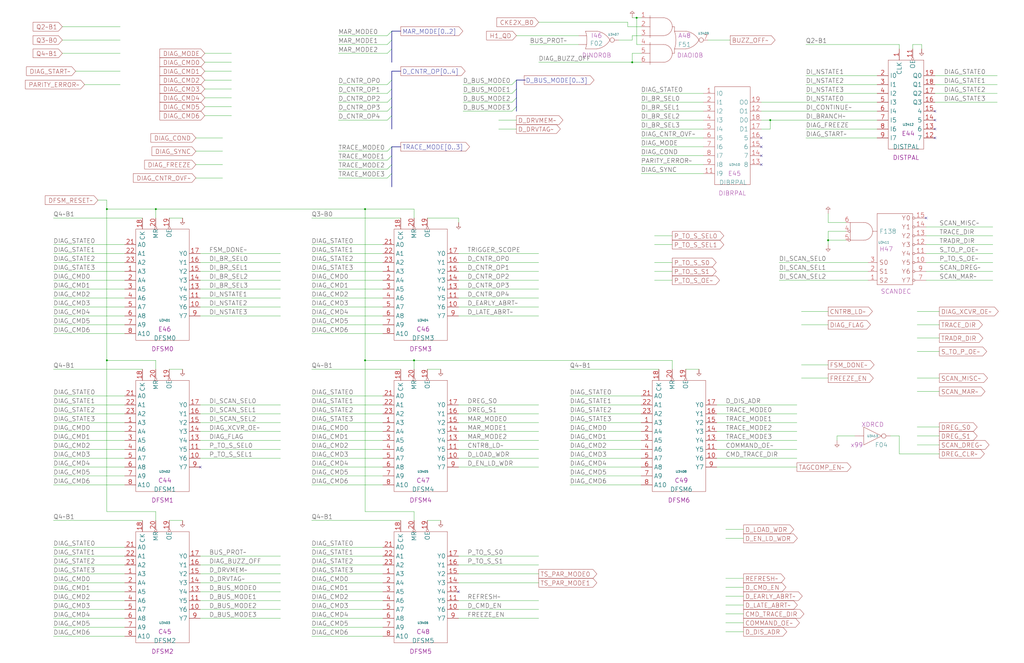
<source format=kicad_sch>
(kicad_sch (version 20230121) (generator eeschema)
  (paper "User" 584.2 378.46)
  (title_block (title "DIAGNOSTIC AND CONTROL\\nDIAG FINITE STATE MACHINE") (date "08-MAR-90") (rev "0.0") (comment 1 "MEM32 BOARD") (comment 2 "232-003066") (comment 3 "S400") (comment 4 "RELEASED"))
  (junction (at 60.96 205.74))
  (junction (at 363.22 10.16))
  (junction (at 360.68 35.56))
  (junction (at 208.28 205.74))
  (junction (at 60.96 119.38))
  (junction (at 208.28 119.38))
  (junction (at 88.9 119.38))
  (junction (at 236.22 205.74))
  (junction (at 472.44 137.16))
  (junction (at 439.42 68.58))
  (no_connect (at 533.4 63.5))
  (no_connect (at 114.3 266.7))
  (no_connect (at 528.32 124.46))
  (no_connect (at 533.4 78.74))
  (no_connect (at 533.4 73.66))
  (no_connect (at 434.34 78.74))
  (no_connect (at 533.4 68.58))
  (no_connect (at 261.62 337.82))
  (no_connect (at 434.34 83.82))
  (no_connect (at 434.34 93.98))
  (no_connect (at 434.34 88.9))
  (bus_entry (at 223.52 60.96) (size -2.54 2.54))
  (bus_entry (at 223.52 55.88) (size -2.54 2.54))
  (bus_entry (at 223.52 93.98) (size -2.54 2.54))
  (bus_entry (at 223.52 88.9) (size -2.54 2.54))
  (bus_entry (at 223.52 66.04) (size -2.54 2.54))
  (bus_entry (at 223.52 50.8) (size -2.54 2.54))
  (bus_entry (at 223.52 27.94) (size -2.54 2.54))
  (bus_entry (at 223.52 17.78) (size -2.54 2.54))
  (bus_entry (at 294.64 50.8) (size -2.54 2.54))
  (bus_entry (at 294.64 45.72) (size -2.54 2.54))
  (bus_entry (at 223.52 83.82) (size -2.54 2.54))
  (bus_entry (at 223.52 99.06) (size -2.54 2.54))
  (bus_entry (at 294.64 55.88) (size -2.54 2.54))
  (bus_entry (at 294.64 60.96) (size -2.54 2.54))
  (bus_entry (at 223.52 22.86) (size -2.54 2.54))
  (bus_entry (at 223.52 45.72) (size -2.54 2.54))
  (wire (pts (xy 373.38 149.86) (xy 383.54 149.86)))
  (wire (pts (xy 30.48 347.98) (xy 71.12 347.98)))
  (wire (pts (xy 444.5 149.86) (xy 495.3 149.86)))
  (wire (pts (xy 513.08 259.08) (xy 535.94 259.08)))
  (wire (pts (xy 414.02 345.44) (xy 424.18 345.44)))
  (wire (pts (xy 360.68 35.56) (xy 365.76 35.56)))
  (wire (pts (xy 408.94 246.38) (xy 454.66 246.38)))
  (wire (pts (xy 177.8 185.42) (xy 218.44 185.42)))
  (wire (pts (xy 30.48 317.5) (xy 71.12 317.5)))
  (wire (pts (xy 111.76 86.36) (xy 127 86.36)))
  (wire (pts (xy 35.56 15.24) (xy 68.58 15.24)))
  (wire (pts (xy 177.8 170.18) (xy 218.44 170.18)))
  (wire (pts (xy 116.84 45.72) (xy 132.08 45.72)))
  (wire (pts (xy 528.32 144.78) (xy 566.42 144.78)))
  (wire (pts (xy 365.76 20.32) (xy 360.68 20.32)))
  (wire (pts (xy 193.04 25.4) (xy 220.98 25.4)))
  (wire (pts (xy 408.94 266.7) (xy 454.66 266.7)))
  (wire (pts (xy 177.8 236.22) (xy 218.44 236.22)))
  (wire (pts (xy 243.84 124.46) (xy 261.62 124.46)))
  (wire (pts (xy 325.12 271.78) (xy 365.76 271.78)))
  (wire (pts (xy 482.6 132.08) (xy 472.44 132.08)))
  (wire (pts (xy 114.3 149.86) (xy 160.02 149.86)))
  (wire (pts (xy 353.06 22.86) (xy 360.68 22.86)))
  (wire (pts (xy 30.48 271.78) (xy 71.12 271.78)))
  (wire (pts (xy 434.34 68.58) (xy 439.42 68.58)))
  (wire (pts (xy 30.48 241.3) (xy 71.12 241.3)))
  (wire (pts (xy 365.76 15.24) (xy 358.14 15.24)))
  (wire (pts (xy 439.42 73.66) (xy 439.42 68.58)))
  (wire (pts (xy 261.62 322.58) (xy 307.34 322.58)))
  (wire (pts (xy 30.48 185.42) (xy 71.12 185.42)))
  (wire (pts (xy 243.84 297.18) (xy 251.46 297.18)))
  (wire (pts (xy 236.22 205.74) (xy 383.54 205.74)))
  (wire (pts (xy 30.48 144.78) (xy 71.12 144.78)))
  (wire (pts (xy 261.62 144.78) (xy 307.34 144.78)))
  (wire (pts (xy 60.96 119.38) (xy 60.96 205.74)))
  (bus (pts (xy 223.52 93.98) (xy 223.52 99.06)))
  (wire (pts (xy 414.02 340.36) (xy 424.18 340.36)))
  (wire (pts (xy 365.76 58.42) (xy 401.32 58.42)))
  (wire (pts (xy 307.34 12.7) (xy 358.14 12.7)))
  (wire (pts (xy 177.8 154.94) (xy 218.44 154.94)))
  (bus (pts (xy 223.52 22.86) (xy 223.52 27.94)))
  (wire (pts (xy 177.8 312.42) (xy 218.44 312.42)))
  (wire (pts (xy 114.3 332.74) (xy 160.02 332.74)))
  (wire (pts (xy 414.02 335.28) (xy 424.18 335.28)))
  (wire (pts (xy 444.5 154.94) (xy 495.3 154.94)))
  (wire (pts (xy 261.62 347.98) (xy 307.34 347.98)))
  (wire (pts (xy 472.44 127) (xy 472.44 121.92)))
  (wire (pts (xy 177.8 165.1) (xy 218.44 165.1)))
  (wire (pts (xy 30.48 210.82) (xy 81.28 210.82)))
  (wire (pts (xy 114.3 317.5) (xy 160.02 317.5)))
  (wire (pts (xy 408.94 241.3) (xy 454.66 241.3)))
  (wire (pts (xy 523.24 254) (xy 535.94 254)))
  (wire (pts (xy 472.44 132.08) (xy 472.44 137.16)))
  (wire (pts (xy 114.3 353.06) (xy 160.02 353.06)))
  (wire (pts (xy 30.48 297.18) (xy 81.28 297.18)))
  (bus (pts (xy 223.52 45.72) (xy 223.52 50.8)))
  (wire (pts (xy 264.16 58.42) (xy 292.1 58.42)))
  (wire (pts (xy 177.8 256.54) (xy 218.44 256.54)))
  (bus (pts (xy 223.52 50.8) (xy 223.52 55.88)))
  (wire (pts (xy 30.48 124.46) (xy 81.28 124.46)))
  (wire (pts (xy 177.8 160.02) (xy 218.44 160.02)))
  (wire (pts (xy 523.24 200.66) (xy 535.94 200.66)))
  (wire (pts (xy 114.3 246.38) (xy 160.02 246.38)))
  (wire (pts (xy 177.8 231.14) (xy 218.44 231.14)))
  (wire (pts (xy 528.32 149.86) (xy 566.42 149.86)))
  (bus (pts (xy 223.52 17.78) (xy 223.52 22.86)))
  (wire (pts (xy 30.48 190.5) (xy 71.12 190.5)))
  (wire (pts (xy 264.16 53.34) (xy 292.1 53.34)))
  (wire (pts (xy 243.84 210.82) (xy 251.46 210.82)))
  (wire (pts (xy 307.34 35.56) (xy 360.68 35.56)))
  (wire (pts (xy 30.48 312.42) (xy 71.12 312.42)))
  (wire (pts (xy 457.2 215.9) (xy 472.44 215.9)))
  (wire (pts (xy 414.02 330.2) (xy 424.18 330.2)))
  (wire (pts (xy 177.8 353.06) (xy 218.44 353.06)))
  (wire (pts (xy 30.48 231.14) (xy 71.12 231.14)))
  (wire (pts (xy 177.8 246.38) (xy 218.44 246.38)))
  (wire (pts (xy 284.48 73.66) (xy 294.64 73.66)))
  (wire (pts (xy 261.62 332.74) (xy 307.34 332.74)))
  (wire (pts (xy 30.48 154.94) (xy 71.12 154.94)))
  (wire (pts (xy 261.62 241.3) (xy 307.34 241.3)))
  (wire (pts (xy 325.12 276.86) (xy 365.76 276.86)))
  (wire (pts (xy 383.54 210.82) (xy 383.54 205.74)))
  (bus (pts (xy 294.64 60.96) (xy 294.64 63.5)))
  (wire (pts (xy 264.16 63.5) (xy 292.1 63.5)))
  (wire (pts (xy 261.62 266.7) (xy 307.34 266.7)))
  (wire (pts (xy 434.34 73.66) (xy 439.42 73.66)))
  (wire (pts (xy 284.48 68.58) (xy 294.64 68.58)))
  (wire (pts (xy 414.02 302.26) (xy 424.18 302.26)))
  (wire (pts (xy 193.04 58.42) (xy 220.98 58.42)))
  (wire (pts (xy 523.24 193.04) (xy 535.94 193.04)))
  (wire (pts (xy 208.28 205.74) (xy 236.22 205.74)))
  (wire (pts (xy 360.68 20.32) (xy 360.68 22.86)))
  (wire (pts (xy 325.12 231.14) (xy 365.76 231.14)))
  (wire (pts (xy 177.8 124.46) (xy 228.6 124.46)))
  (wire (pts (xy 414.02 350.52) (xy 424.18 350.52)))
  (wire (pts (xy 30.48 276.86) (xy 71.12 276.86)))
  (wire (pts (xy 365.76 99.06) (xy 401.32 99.06)))
  (wire (pts (xy 60.96 292.1) (xy 88.9 292.1)))
  (wire (pts (xy 528.32 139.7) (xy 566.42 139.7)))
  (wire (pts (xy 177.8 276.86) (xy 218.44 276.86)))
  (wire (pts (xy 528.32 160.02) (xy 566.42 160.02)))
  (bus (pts (xy 223.52 60.96) (xy 223.52 66.04)))
  (wire (pts (xy 325.12 236.22) (xy 365.76 236.22)))
  (wire (pts (xy 365.76 30.48) (xy 360.68 30.48)))
  (wire (pts (xy 55.88 114.3) (xy 60.96 114.3)))
  (wire (pts (xy 96.52 124.46) (xy 104.14 124.46)))
  (wire (pts (xy 261.62 154.94) (xy 307.34 154.94)))
  (wire (pts (xy 360.68 10.16) (xy 363.22 10.16)))
  (wire (pts (xy 193.04 91.44) (xy 220.98 91.44)))
  (wire (pts (xy 363.22 10.16) (xy 363.22 25.4)))
  (wire (pts (xy 116.84 30.48) (xy 132.08 30.48)))
  (wire (pts (xy 525.78 25.4) (xy 520.7 25.4)))
  (wire (pts (xy 114.3 337.82) (xy 160.02 337.82)))
  (wire (pts (xy 236.22 124.46) (xy 236.22 119.38)))
  (wire (pts (xy 193.04 53.34) (xy 220.98 53.34)))
  (wire (pts (xy 365.76 93.98) (xy 401.32 93.98)))
  (wire (pts (xy 365.76 88.9) (xy 401.32 88.9)))
  (wire (pts (xy 177.8 144.78) (xy 218.44 144.78)))
  (wire (pts (xy 30.48 139.7) (xy 71.12 139.7)))
  (wire (pts (xy 116.84 40.64) (xy 132.08 40.64)))
  (wire (pts (xy 373.38 154.94) (xy 383.54 154.94)))
  (wire (pts (xy 414.02 355.6) (xy 424.18 355.6)))
  (wire (pts (xy 30.48 170.18) (xy 71.12 170.18)))
  (wire (pts (xy 523.24 243.84) (xy 535.94 243.84)))
  (wire (pts (xy 177.8 241.3) (xy 218.44 241.3)))
  (wire (pts (xy 236.22 297.18) (xy 236.22 292.1)))
  (wire (pts (xy 523.24 223.52) (xy 535.94 223.52)))
  (wire (pts (xy 30.48 175.26) (xy 71.12 175.26)))
  (wire (pts (xy 193.04 68.58) (xy 220.98 68.58)))
  (wire (pts (xy 261.62 149.86) (xy 307.34 149.86)))
  (wire (pts (xy 30.48 322.58) (xy 71.12 322.58)))
  (bus (pts (xy 223.52 55.88) (xy 223.52 60.96)))
  (wire (pts (xy 193.04 30.48) (xy 220.98 30.48)))
  (wire (pts (xy 325.12 241.3) (xy 365.76 241.3)))
  (wire (pts (xy 177.8 327.66) (xy 218.44 327.66)))
  (wire (pts (xy 177.8 266.7) (xy 218.44 266.7)))
  (wire (pts (xy 177.8 175.26) (xy 218.44 175.26)))
  (wire (pts (xy 325.12 251.46) (xy 365.76 251.46)))
  (wire (pts (xy 177.8 149.86) (xy 218.44 149.86)))
  (bus (pts (xy 294.64 55.88) (xy 294.64 60.96)))
  (wire (pts (xy 114.3 256.54) (xy 160.02 256.54)))
  (wire (pts (xy 261.62 353.06) (xy 307.34 353.06)))
  (bus (pts (xy 294.64 45.72) (xy 299.72 45.72)))
  (wire (pts (xy 363.22 10.16) (xy 365.76 10.16)))
  (wire (pts (xy 43.18 40.64) (xy 68.58 40.64)))
  (bus (pts (xy 223.52 17.78) (xy 228.6 17.78)))
  (wire (pts (xy 114.3 180.34) (xy 160.02 180.34)))
  (wire (pts (xy 444.5 160.02) (xy 495.3 160.02)))
  (wire (pts (xy 477.52 248.92) (xy 487.68 248.92)))
  (wire (pts (xy 472.44 137.16) (xy 472.44 139.7)))
  (wire (pts (xy 114.3 144.78) (xy 160.02 144.78)))
  (wire (pts (xy 533.4 58.42) (xy 568.96 58.42)))
  (wire (pts (xy 261.62 165.1) (xy 307.34 165.1)))
  (bus (pts (xy 223.52 83.82) (xy 228.6 83.82)))
  (wire (pts (xy 408.94 261.62) (xy 454.66 261.62)))
  (wire (pts (xy 96.52 297.18) (xy 104.14 297.18)))
  (wire (pts (xy 365.76 63.5) (xy 401.32 63.5)))
  (wire (pts (xy 114.3 322.58) (xy 160.02 322.58)))
  (bus (pts (xy 223.52 40.64) (xy 228.6 40.64)))
  (wire (pts (xy 114.3 251.46) (xy 160.02 251.46)))
  (wire (pts (xy 30.48 251.46) (xy 71.12 251.46)))
  (wire (pts (xy 358.14 15.24) (xy 358.14 12.7)))
  (wire (pts (xy 30.48 332.74) (xy 71.12 332.74)))
  (bus (pts (xy 223.52 83.82) (xy 223.52 88.9)))
  (wire (pts (xy 111.76 93.98) (xy 127 93.98)))
  (bus (pts (xy 294.64 50.8) (xy 294.64 55.88)))
  (wire (pts (xy 325.12 226.06) (xy 365.76 226.06)))
  (wire (pts (xy 177.8 347.98) (xy 218.44 347.98)))
  (wire (pts (xy 528.32 129.54) (xy 566.42 129.54)))
  (wire (pts (xy 177.8 363.22) (xy 218.44 363.22)))
  (wire (pts (xy 60.96 205.74) (xy 88.9 205.74)))
  (wire (pts (xy 208.28 205.74) (xy 208.28 292.1)))
  (wire (pts (xy 30.48 353.06) (xy 71.12 353.06)))
  (wire (pts (xy 30.48 363.22) (xy 71.12 363.22)))
  (wire (pts (xy 261.62 327.66) (xy 307.34 327.66)))
  (wire (pts (xy 88.9 210.82) (xy 88.9 205.74)))
  (wire (pts (xy 459.74 43.18) (xy 500.38 43.18)))
  (wire (pts (xy 434.34 63.5) (xy 500.38 63.5)))
  (wire (pts (xy 533.4 53.34) (xy 568.96 53.34)))
  (wire (pts (xy 60.96 205.74) (xy 60.96 292.1)))
  (wire (pts (xy 261.62 236.22) (xy 307.34 236.22)))
  (wire (pts (xy 193.04 48.26) (xy 220.98 48.26)))
  (wire (pts (xy 30.48 358.14) (xy 71.12 358.14)))
  (wire (pts (xy 114.3 347.98) (xy 160.02 347.98)))
  (wire (pts (xy 365.76 78.74) (xy 401.32 78.74)))
  (wire (pts (xy 261.62 251.46) (xy 307.34 251.46)))
  (wire (pts (xy 30.48 261.62) (xy 71.12 261.62)))
  (bus (pts (xy 223.52 66.04) (xy 223.52 73.66)))
  (wire (pts (xy 365.76 53.34) (xy 401.32 53.34)))
  (wire (pts (xy 365.76 68.58) (xy 401.32 68.58)))
  (wire (pts (xy 528.32 134.62) (xy 566.42 134.62)))
  (wire (pts (xy 114.3 175.26) (xy 160.02 175.26)))
  (wire (pts (xy 177.8 271.78) (xy 218.44 271.78)))
  (wire (pts (xy 30.48 236.22) (xy 71.12 236.22)))
  (wire (pts (xy 60.96 114.3) (xy 60.96 119.38)))
  (wire (pts (xy 30.48 256.54) (xy 71.12 256.54)))
  (wire (pts (xy 482.6 127) (xy 472.44 127)))
  (wire (pts (xy 261.62 170.18) (xy 307.34 170.18)))
  (wire (pts (xy 325.12 210.82) (xy 375.92 210.82)))
  (wire (pts (xy 208.28 119.38) (xy 208.28 205.74)))
  (wire (pts (xy 114.3 261.62) (xy 160.02 261.62)))
  (wire (pts (xy 325.12 261.62) (xy 365.76 261.62)))
  (wire (pts (xy 208.28 119.38) (xy 236.22 119.38)))
  (wire (pts (xy 30.48 337.82) (xy 71.12 337.82)))
  (wire (pts (xy 391.16 210.82) (xy 398.78 210.82)))
  (wire (pts (xy 30.48 165.1) (xy 71.12 165.1)))
  (wire (pts (xy 325.12 246.38) (xy 365.76 246.38)))
  (wire (pts (xy 30.48 149.86) (xy 71.12 149.86)))
  (wire (pts (xy 116.84 60.96) (xy 132.08 60.96)))
  (wire (pts (xy 459.74 73.66) (xy 500.38 73.66)))
  (wire (pts (xy 177.8 226.06) (xy 218.44 226.06)))
  (wire (pts (xy 116.84 50.8) (xy 132.08 50.8)))
  (wire (pts (xy 261.62 124.46) (xy 261.62 127)))
  (wire (pts (xy 88.9 297.18) (xy 88.9 292.1)))
  (wire (pts (xy 408.94 231.14) (xy 454.66 231.14)))
  (wire (pts (xy 457.2 185.42) (xy 472.44 185.42)))
  (wire (pts (xy 414.02 307.34) (xy 424.18 307.34)))
  (wire (pts (xy 177.8 139.7) (xy 218.44 139.7)))
  (wire (pts (xy 533.4 48.26) (xy 568.96 48.26)))
  (wire (pts (xy 482.6 137.16) (xy 472.44 137.16)))
  (wire (pts (xy 261.62 180.34) (xy 307.34 180.34)))
  (wire (pts (xy 459.74 48.26) (xy 500.38 48.26)))
  (wire (pts (xy 60.96 119.38) (xy 88.9 119.38)))
  (wire (pts (xy 373.38 134.62) (xy 383.54 134.62)))
  (wire (pts (xy 523.24 185.42) (xy 535.94 185.42)))
  (wire (pts (xy 325.12 266.7) (xy 365.76 266.7)))
  (wire (pts (xy 373.38 160.02) (xy 383.54 160.02)))
  (wire (pts (xy 523.24 215.9) (xy 535.94 215.9)))
  (wire (pts (xy 114.3 241.3) (xy 160.02 241.3)))
  (wire (pts (xy 523.24 177.8) (xy 535.94 177.8)))
  (wire (pts (xy 360.68 30.48) (xy 360.68 35.56)))
  (wire (pts (xy 408.94 236.22) (xy 454.66 236.22)))
  (wire (pts (xy 261.62 175.26) (xy 307.34 175.26)))
  (wire (pts (xy 525.78 27.94) (xy 525.78 25.4)))
  (wire (pts (xy 264.16 48.26) (xy 292.1 48.26)))
  (bus (pts (xy 223.52 99.06) (xy 223.52 106.68)))
  (wire (pts (xy 177.8 337.82) (xy 218.44 337.82)))
  (wire (pts (xy 116.84 66.04) (xy 132.08 66.04)))
  (wire (pts (xy 177.8 297.18) (xy 228.6 297.18)))
  (wire (pts (xy 30.48 342.9) (xy 71.12 342.9)))
  (wire (pts (xy 114.3 170.18) (xy 160.02 170.18)))
  (wire (pts (xy 457.2 177.8) (xy 472.44 177.8)))
  (wire (pts (xy 325.12 256.54) (xy 365.76 256.54)))
  (wire (pts (xy 114.3 160.02) (xy 160.02 160.02)))
  (wire (pts (xy 177.8 180.34) (xy 218.44 180.34)))
  (bus (pts (xy 223.52 88.9) (xy 223.52 93.98)))
  (wire (pts (xy 177.8 322.58) (xy 218.44 322.58)))
  (wire (pts (xy 30.48 266.7) (xy 71.12 266.7)))
  (wire (pts (xy 30.48 160.02) (xy 71.12 160.02)))
  (wire (pts (xy 302.26 25.4) (xy 330.2 25.4)))
  (wire (pts (xy 177.8 190.5) (xy 218.44 190.5)))
  (wire (pts (xy 193.04 63.5) (xy 220.98 63.5)))
  (wire (pts (xy 414.02 360.68) (xy 424.18 360.68)))
  (bus (pts (xy 223.52 27.94) (xy 223.52 35.56)))
  (wire (pts (xy 508 248.92) (xy 513.08 248.92)))
  (wire (pts (xy 373.38 139.7) (xy 383.54 139.7)))
  (wire (pts (xy 177.8 261.62) (xy 218.44 261.62)))
  (wire (pts (xy 30.48 180.34) (xy 71.12 180.34)))
  (wire (pts (xy 177.8 251.46) (xy 218.44 251.46)))
  (wire (pts (xy 177.8 317.5) (xy 218.44 317.5)))
  (wire (pts (xy 30.48 327.66) (xy 71.12 327.66)))
  (wire (pts (xy 48.26 48.26) (xy 68.58 48.26)))
  (wire (pts (xy 96.52 210.82) (xy 104.14 210.82)))
  (wire (pts (xy 35.56 30.48) (xy 68.58 30.48)))
  (wire (pts (xy 520.7 25.4) (xy 520.7 27.94)))
  (wire (pts (xy 439.42 68.58) (xy 500.38 68.58)))
  (wire (pts (xy 88.9 124.46) (xy 88.9 119.38)))
  (wire (pts (xy 261.62 160.02) (xy 307.34 160.02)))
  (wire (pts (xy 236.22 210.82) (xy 236.22 205.74)))
  (wire (pts (xy 114.3 342.9) (xy 160.02 342.9)))
  (wire (pts (xy 261.62 246.38) (xy 307.34 246.38)))
  (wire (pts (xy 177.8 358.14) (xy 218.44 358.14)))
  (wire (pts (xy 114.3 154.94) (xy 160.02 154.94)))
  (wire (pts (xy 114.3 327.66) (xy 160.02 327.66)))
  (wire (pts (xy 457.2 208.28) (xy 472.44 208.28)))
  (wire (pts (xy 116.84 35.56) (xy 132.08 35.56)))
  (wire (pts (xy 261.62 231.14) (xy 307.34 231.14)))
  (wire (pts (xy 208.28 292.1) (xy 236.22 292.1)))
  (wire (pts (xy 111.76 101.6) (xy 127 101.6)))
  (wire (pts (xy 177.8 342.9) (xy 218.44 342.9)))
  (wire (pts (xy 513.08 248.92) (xy 513.08 259.08)))
  (wire (pts (xy 408.94 256.54) (xy 454.66 256.54)))
  (wire (pts (xy 30.48 226.06) (xy 71.12 226.06)))
  (wire (pts (xy 193.04 20.32) (xy 220.98 20.32)))
  (wire (pts (xy 111.76 78.74) (xy 127 78.74)))
  (wire (pts (xy 459.74 78.74) (xy 500.38 78.74)))
  (wire (pts (xy 408.94 251.46) (xy 454.66 251.46)))
  (wire (pts (xy 261.62 256.54) (xy 307.34 256.54)))
  (wire (pts (xy 528.32 154.94) (xy 566.42 154.94)))
  (wire (pts (xy 88.9 119.38) (xy 208.28 119.38)))
  (wire (pts (xy 261.62 317.5) (xy 307.34 317.5)))
  (wire (pts (xy 116.84 55.88) (xy 132.08 55.88)))
  (wire (pts (xy 533.4 43.18) (xy 568.96 43.18)))
  (wire (pts (xy 177.8 210.82) (xy 228.6 210.82)))
  (wire (pts (xy 177.8 332.74) (xy 218.44 332.74)))
  (wire (pts (xy 434.34 58.42) (xy 500.38 58.42)))
  (wire (pts (xy 403.86 22.86) (xy 416.56 22.86)))
  (wire (pts (xy 294.64 20.32) (xy 330.2 20.32)))
  (wire (pts (xy 365.76 73.66) (xy 401.32 73.66)))
  (wire (pts (xy 459.74 25.4) (xy 513.08 25.4)))
  (wire (pts (xy 477.52 251.46) (xy 477.52 248.92)))
  (wire (pts (xy 261.62 261.62) (xy 307.34 261.62)))
  (wire (pts (xy 193.04 101.6) (xy 220.98 101.6)))
  (wire (pts (xy 114.3 236.22) (xy 160.02 236.22)))
  (wire (pts (xy 261.62 342.9) (xy 307.34 342.9)))
  (wire (pts (xy 459.74 53.34) (xy 500.38 53.34)))
  (wire (pts (xy 513.08 25.4) (xy 513.08 27.94)))
  (wire (pts (xy 35.56 22.86) (xy 68.58 22.86)))
  (bus (pts (xy 294.64 45.72) (xy 294.64 50.8)))
  (bus (pts (xy 223.52 40.64) (xy 223.52 45.72)))
  (wire (pts (xy 114.3 231.14) (xy 160.02 231.14)))
  (wire (pts (xy 365.76 83.82) (xy 401.32 83.82)))
  (wire (pts (xy 193.04 96.52) (xy 220.98 96.52)))
  (wire (pts (xy 365.76 25.4) (xy 363.22 25.4)))
  (wire (pts (xy 30.48 246.38) (xy 71.12 246.38)))
  (wire (pts (xy 114.3 165.1) (xy 160.02 165.1)))
  (wire (pts (xy 523.24 248.92) (xy 535.94 248.92)))
  (wire (pts (xy 193.04 86.36) (xy 220.98 86.36)))
  (label "DI_BR_SEL2" (at 365.76 68.58 0) (effects (font (size 2.54 2.54))))
  (label "DIAG_STATE1" (at 30.48 317.5 0) (effects (font (size 2.54 2.54))))
  (label "DIAG_CMD4" (at 30.48 180.34 0) (effects (font (size 2.54 2.54))))
  (label "P_TO_S_SEL1" (at 119.38 261.62 0) (effects (font (size 2.54 2.54))))
  (label "DIAG_CMD6" (at 325.12 276.86 0) (effects (font (size 2.54 2.54))))
  (label "DIAG_STATE2" (at 177.8 236.22 0) (effects (font (size 2.54 2.54))))
  (label "DIAG_FLAG" (at 119.38 251.46 0) (effects (font (size 2.54 2.54))))
  (label "DIAG_STATE3" (at 30.48 327.66 0) (effects (font (size 2.54 2.54))))
  (label "DIAG_CMD0" (at 177.8 332.74 0) (effects (font (size 2.54 2.54))))
  (label "DIAG_STATE1" (at 325.12 231.14 0) (effects (font (size 2.54 2.54))))
  (label "DIAG_BUZZ_OFF" (at 119.38 322.58 0) (effects (font (size 2.54 2.54))))
  (label "DIAG_CMD2" (at 325.12 256.54 0) (effects (font (size 2.54 2.54))))
  (label "DIAG_CMD3" (at 177.8 347.98 0) (effects (font (size 2.54 2.54))))
  (label "D_CNTR_OP2" (at 266.7 160.02 0) (effects (font (size 2.54 2.54))))
  (label "DIAG_STATE2" (at 30.48 322.58 0) (effects (font (size 2.54 2.54))))
  (label "MAR_MODE2" (at 193.04 30.48 0) (effects (font (size 2.54 2.54))))
  (label "DIAG_STATE1" (at 30.48 231.14 0) (effects (font (size 2.54 2.54))))
  (label "TRACE_MODE3" (at 193.04 101.6 0) (effects (font (size 2.54 2.54))))
  (label "DIAG_COND" (at 365.76 88.9 0) (effects (font (size 2.54 2.54))))
  (label "DIAG_CMD0" (at 30.48 246.38 0) (effects (font (size 2.54 2.54))))
  (label "DIAG_CMD5" (at 177.8 271.78 0) (effects (font (size 2.54 2.54))))
  (label "DIAG_CMD5" (at 177.8 185.42 0) (effects (font (size 2.54 2.54))))
  (label "DI_BR_SEL1" (at 119.38 154.94 0) (effects (font (size 2.54 2.54))))
  (label "DIAG_CMD1" (at 30.48 337.82 0) (effects (font (size 2.54 2.54))))
  (label "D_CNTR_OP1" (at 266.7 154.94 0) (effects (font (size 2.54 2.54))))
  (label "DI_NSTATE0" (at 459.74 58.42 0) (effects (font (size 2.54 2.54))))
  (label "TRACE_MODE0" (at 414.02 236.22 0) (effects (font (size 2.54 2.54))))
  (label "DIAG_CMD3" (at 177.8 175.26 0) (effects (font (size 2.54 2.54))))
  (label "TRACE_MODE2" (at 414.02 246.38 0) (effects (font (size 2.54 2.54))))
  (label "DI_BR_SEL3" (at 119.38 165.1 0) (effects (font (size 2.54 2.54))))
  (label "DIAG_CMD2" (at 177.8 342.9 0) (effects (font (size 2.54 2.54))))
  (label "DIAG_BUZZ_OFF" (at 307.34 35.56 0) (effects (font (size 2.54 2.54))))
  (label "D_CNTR_OP4" (at 193.04 68.58 0) (effects (font (size 2.54 2.54))))
  (label "TRACE_MODE1" (at 414.02 241.3 0) (effects (font (size 2.54 2.54))))
  (label "DIAG_STATE0" (at 177.8 139.7 0) (effects (font (size 2.54 2.54))))
  (label "DIAG_STATE3" (at 30.48 154.94 0) (effects (font (size 2.54 2.54))))
  (label "DI_NSTATE3" (at 119.38 180.34 0) (effects (font (size 2.54 2.54))))
  (label "DIAG_CMD6" (at 177.8 190.5 0) (effects (font (size 2.54 2.54))))
  (label "D_EN_LD_WDR" (at 266.7 266.7 0) (effects (font (size 2.54 2.54))))
  (label "DIAG_CMD4" (at 30.48 266.7 0) (effects (font (size 2.54 2.54))))
  (label "DIAG_CMD1" (at 177.8 337.82 0) (effects (font (size 2.54 2.54))))
  (label "P_TO_S_S0" (at 266.7 317.5 0) (effects (font (size 2.54 2.54))))
  (label "DI_BRANCH~" (at 459.74 68.58 0) (effects (font (size 2.54 2.54))))
  (label "TRACE_MODE1" (at 193.04 91.44 0) (effects (font (size 2.54 2.54))))
  (label "DIAG_CMD1" (at 177.8 251.46 0) (effects (font (size 2.54 2.54))))
  (label "MAR_MODE0" (at 266.7 241.3 0) (effects (font (size 2.54 2.54))))
  (label "DIAG_CMD5" (at 30.48 358.14 0) (effects (font (size 2.54 2.54))))
  (label "D_LOAD_WDR" (at 266.7 261.62 0) (effects (font (size 2.54 2.54))))
  (label "DI_SCAN_SEL2" (at 444.5 160.02 0) (effects (font (size 2.54 2.54))))
  (label "DI_BR_SEL3" (at 365.76 73.66 0) (effects (font (size 2.54 2.54))))
  (label "MAR_MODE1" (at 193.04 25.4 0) (effects (font (size 2.54 2.54))))
  (label "PARITY_ERROR~" (at 365.76 93.98 0) (effects (font (size 2.54 2.54))))
  (label "DI_NSTATE2" (at 459.74 48.26 0) (effects (font (size 2.54 2.54))))
  (label "DIAG_STATE1" (at 177.8 144.78 0) (effects (font (size 2.54 2.54))))
  (label "DIAG_FREEZE" (at 459.74 73.66 0) (effects (font (size 2.54 2.54))))
  (label "D_DRVTAG~" (at 119.38 332.74 0) (effects (font (size 2.54 2.54))))
  (label "DIAG_CMD6" (at 177.8 363.22 0) (effects (font (size 2.54 2.54))))
  (label "P_TO_S_OE~" (at 535.94 149.86 0) (effects (font (size 2.54 2.54))))
  (label "DIAG_CMD5" (at 30.48 271.78 0) (effects (font (size 2.54 2.54))))
  (label "DIAG_STATE2" (at 30.48 236.22 0) (effects (font (size 2.54 2.54))))
  (label "DIAG_CMD6" (at 177.8 276.86 0) (effects (font (size 2.54 2.54))))
  (label "DREG_S1" (at 266.7 236.22 0) (effects (font (size 2.54 2.54))))
  (label "D_CNTR_OP4" (at 266.7 170.18 0) (effects (font (size 2.54 2.54))))
  (label "CNTR8_LD~" (at 266.7 256.54 0) (effects (font (size 2.54 2.54))))
  (label "TRACE_MODE2" (at 193.04 96.52 0) (effects (font (size 2.54 2.54))))
  (label "DIAG_CMD1" (at 177.8 165.1 0) (effects (font (size 2.54 2.54))))
  (label "CMD_TRACE_DIR" (at 414.02 261.62 0) (effects (font (size 2.54 2.54))))
  (label "SCAN_DREG~" (at 535.94 154.94 0) (effects (font (size 2.54 2.54))))
  (label "D_BUS_MODE1" (at 264.16 53.34 0) (effects (font (size 2.54 2.54))))
  (label "DI_NSTATE2" (at 119.38 175.26 0) (effects (font (size 2.54 2.54))))
  (label "DIAG_STATE0" (at 177.8 226.06 0) (effects (font (size 2.54 2.54))))
  (label "DIAG_STATE1" (at 177.8 317.5 0) (effects (font (size 2.54 2.54))))
  (label "D_CNTR_OP1" (at 193.04 53.34 0) (effects (font (size 2.54 2.54))))
  (label "DIAG_CMD2" (at 30.48 342.9 0) (effects (font (size 2.54 2.54))))
  (label "BUS_PROT~" (at 302.26 25.4 0) (effects (font (size 2.54 2.54))))
  (label "D_LATE_ABRT~" (at 266.7 180.34 0) (effects (font (size 2.54 2.54))))
  (label "D_CNTR_OP0" (at 266.7 149.86 0) (effects (font (size 2.54 2.54))))
  (label "DIAG_CMD0" (at 30.48 332.74 0) (effects (font (size 2.54 2.54))))
  (label "Q4~B1" (at 325.12 210.82 0) (effects (font (size 2.54 2.54))))
  (label "SCAN_MISC~" (at 535.94 129.54 0) (effects (font (size 2.54 2.54))))
  (label "Q4~B1" (at 30.48 297.18 0) (effects (font (size 2.54 2.54))))
  (label "D_BUS_MODE0" (at 264.16 48.26 0) (effects (font (size 2.54 2.54))))
  (label "DIAG_STATE2" (at 177.8 322.58 0) (effects (font (size 2.54 2.54))))
  (label "P_TO_S_S1" (at 266.7 322.58 0) (effects (font (size 2.54 2.54))))
  (label "BUS_PROT~" (at 119.38 317.5 0) (effects (font (size 2.54 2.54))))
  (label "DIAG_STATE0" (at 177.8 312.42 0) (effects (font (size 2.54 2.54))))
  (label "Q3~B0" (at 177.8 124.46 0) (effects (font (size 2.54 2.54))))
  (label "DIAG_CMD5" (at 30.48 185.42 0) (effects (font (size 2.54 2.54))))
  (label "DIAG_STATE1" (at 538.48 48.26 0) (effects (font (size 2.54 2.54))))
  (label "DIAG_CMD1" (at 325.12 251.46 0) (effects (font (size 2.54 2.54))))
  (label "D_CNTR_OP0" (at 193.04 48.26 0) (effects (font (size 2.54 2.54))))
  (label "TRIGGER_SCOPE" (at 266.7 144.78 0) (effects (font (size 2.54 2.54))))
  (label "D_CNTR_OP2" (at 193.04 58.42 0) (effects (font (size 2.54 2.54))))
  (label "DIAG_CMD3" (at 325.12 261.62 0) (effects (font (size 2.54 2.54))))
  (label "DI_SCAN_SEL1" (at 119.38 236.22 0) (effects (font (size 2.54 2.54))))
  (label "D_EARLY_ABRT~" (at 266.7 175.26 0) (effects (font (size 2.54 2.54))))
  (label "Q4~B1" (at 177.8 210.82 0) (effects (font (size 2.54 2.54))))
  (label "TRACE_MODE3" (at 414.02 251.46 0) (effects (font (size 2.54 2.54))))
  (label "DI_SCAN_SEL0" (at 444.5 149.86 0) (effects (font (size 2.54 2.54))))
  (label "D_CMD_EN" (at 266.7 347.98 0) (effects (font (size 2.54 2.54))))
  (label "DI_SCAN_SEL2" (at 119.38 241.3 0) (effects (font (size 2.54 2.54))))
  (label "DIAG_CMD2" (at 30.48 170.18 0) (effects (font (size 2.54 2.54))))
  (label "DIAG_CMD4" (at 325.12 266.7 0) (effects (font (size 2.54 2.54))))
  (label "DIAG_CMD3" (at 177.8 261.62 0) (effects (font (size 2.54 2.54))))
  (label "COMMAND_OE~" (at 414.02 256.54 0) (effects (font (size 2.54 2.54))))
  (label "DIAG_STATE0" (at 538.48 43.18 0) (effects (font (size 2.54 2.54))))
  (label "TRACE_DIR" (at 535.94 134.62 0) (effects (font (size 2.54 2.54))))
  (label "TRADR_DIR" (at 535.94 139.7 0) (effects (font (size 2.54 2.54))))
  (label "DI_NSTATE1" (at 119.38 170.18 0) (effects (font (size 2.54 2.54))))
  (label "MAR_MODE2" (at 266.7 251.46 0) (effects (font (size 2.54 2.54))))
  (label "D_BUS_MODE2" (at 264.16 58.42 0) (effects (font (size 2.54 2.54))))
  (label "FREEZE_EN" (at 266.7 353.06 0) (effects (font (size 2.54 2.54))))
  (label "DIAG_CMD0" (at 177.8 246.38 0) (effects (font (size 2.54 2.54))))
  (label "DI_BR_SEL0" (at 119.38 149.86 0) (effects (font (size 2.54 2.54))))
  (label "DIAG_STATE3" (at 538.48 58.42 0) (effects (font (size 2.54 2.54))))
  (label "FSM_DONE~" (at 119.38 144.78 0) (effects (font (size 2.54 2.54))))
  (label "DIAG_CNTR_OVF~" (at 365.76 78.74 0) (effects (font (size 2.54 2.54))))
  (label "Q2~B1" (at 459.74 25.4 0) (effects (font (size 2.54 2.54))))
  (label "D_BUS_MODE2" (at 119.38 347.98 0) (effects (font (size 2.54 2.54))))
  (label "D_BUS_MODE1" (at 119.38 342.9 0) (effects (font (size 2.54 2.54))))
  (label "MAR_MODE1" (at 266.7 246.38 0) (effects (font (size 2.54 2.54))))
  (label "DI_CONTINUE~" (at 459.74 63.5 0) (effects (font (size 2.54 2.54))))
  (label "P_TO_S_SEL0" (at 119.38 256.54 0) (effects (font (size 2.54 2.54))))
  (label "DIAG_STATE2" (at 177.8 149.86 0) (effects (font (size 2.54 2.54))))
  (label "DIAG_CMD1" (at 30.48 165.1 0) (effects (font (size 2.54 2.54))))
  (label "D_CNTR_OP3" (at 266.7 165.1 0) (effects (font (size 2.54 2.54))))
  (label "DIAG_STATE1" (at 30.48 144.78 0) (effects (font (size 2.54 2.54))))
  (label "DIAG_STATE2" (at 30.48 149.86 0) (effects (font (size 2.54 2.54))))
  (label "TRACE_MODE0" (at 193.04 86.36 0) (effects (font (size 2.54 2.54))))
  (label "D_BUS_MODE3" (at 119.38 353.06 0) (effects (font (size 2.54 2.54))))
  (label "D_DRVMEM~" (at 119.38 327.66 0) (effects (font (size 2.54 2.54))))
  (label "DIAG_CMD3" (at 30.48 347.98 0) (effects (font (size 2.54 2.54))))
  (label "DIAG_CMD4" (at 177.8 180.34 0) (effects (font (size 2.54 2.54))))
  (label "DI_SCAN_SEL1" (at 444.5 154.94 0) (effects (font (size 2.54 2.54))))
  (label "DIAG_CMD2" (at 177.8 256.54 0) (effects (font (size 2.54 2.54))))
  (label "DIAG_CMD6" (at 30.48 363.22 0) (effects (font (size 2.54 2.54))))
  (label "DIAG_CMD5" (at 325.12 271.78 0) (effects (font (size 2.54 2.54))))
  (label "DIAG_STATE3" (at 30.48 241.3 0) (effects (font (size 2.54 2.54))))
  (label "D_BUS_MODE3" (at 264.16 63.5 0) (effects (font (size 2.54 2.54))))
  (label "DI_BR_SEL0" (at 365.76 58.42 0) (effects (font (size 2.54 2.54))))
  (label "DIAG_STATE2" (at 538.48 53.34 0) (effects (font (size 2.54 2.54))))
  (label "DIAG_CMD2" (at 30.48 256.54 0) (effects (font (size 2.54 2.54))))
  (label "DIAG_CMD0" (at 30.48 160.02 0) (effects (font (size 2.54 2.54))))
  (label "DIAG_CMD6" (at 30.48 276.86 0) (effects (font (size 2.54 2.54))))
  (label "DIAG_STATE0" (at 30.48 226.06 0) (effects (font (size 2.54 2.54))))
  (label "DIAG_STATE0" (at 365.76 53.34 0) (effects (font (size 2.54 2.54))))
  (label "DIAG_STATE3" (at 177.8 241.3 0) (effects (font (size 2.54 2.54))))
  (label "DIAG_STATE3" (at 177.8 327.66 0) (effects (font (size 2.54 2.54))))
  (label "DIAG_STATE0" (at 30.48 312.42 0) (effects (font (size 2.54 2.54))))
  (label "DI_BR_SEL1" (at 365.76 63.5 0) (effects (font (size 2.54 2.54))))
  (label "REFRESH~" (at 266.7 342.9 0) (effects (font (size 2.54 2.54))))
  (label "DIAG_STATE1" (at 177.8 231.14 0) (effects (font (size 2.54 2.54))))
  (label "DIAG_CMD0" (at 325.12 246.38 0) (effects (font (size 2.54 2.54))))
  (label "DIAG_CMD2" (at 177.8 170.18 0) (effects (font (size 2.54 2.54))))
  (label "DIAG_CMD3" (at 30.48 261.62 0) (effects (font (size 2.54 2.54))))
  (label "DIAG_STATE3" (at 177.8 154.94 0) (effects (font (size 2.54 2.54))))
  (label "Q4~B1" (at 177.8 297.18 0) (effects (font (size 2.54 2.54))))
  (label "DIAG_MODE" (at 365.76 83.82 0) (effects (font (size 2.54 2.54))))
  (label "DI_BR_SEL2" (at 119.38 160.02 0) (effects (font (size 2.54 2.54))))
  (label "DIAG_CMD4" (at 177.8 266.7 0) (effects (font (size 2.54 2.54))))
  (label "DIAG_STATE2" (at 325.12 236.22 0) (effects (font (size 2.54 2.54))))
  (label "S_TO_P_OE~" (at 535.94 144.78 0) (effects (font (size 2.54 2.54))))
  (label "DIAG_STATE3" (at 325.12 241.3 0) (effects (font (size 2.54 2.54))))
  (label "DREG_S0" (at 266.7 231.14 0) (effects (font (size 2.54 2.54))))
  (label "DIAG_CMD4" (at 30.48 353.06 0) (effects (font (size 2.54 2.54))))
  (label "DIAG_STATE0" (at 30.48 139.7 0) (effects (font (size 2.54 2.54))))
  (label "DI_NSTATE3" (at 459.74 53.34 0) (effects (font (size 2.54 2.54))))
  (label "Q4~B1" (at 30.48 210.82 0) (effects (font (size 2.54 2.54))))
  (label "DIAG_CMD4" (at 177.8 353.06 0) (effects (font (size 2.54 2.54))))
  (label "DIAG_XCVR_OE~" (at 119.38 246.38 0) (effects (font (size 2.54 2.54))))
  (label "DIAG_SYNC" (at 365.76 99.06 0) (effects (font (size 2.54 2.54))))
  (label "Q4~B1" (at 30.48 124.46 0) (effects (font (size 2.54 2.54))))
  (label "D_BUS_MODE0" (at 119.38 337.82 0) (effects (font (size 2.54 2.54))))
  (label "DIAG_START~" (at 459.74 78.74 0) (effects (font (size 2.54 2.54))))
  (label "DIAG_CMD6" (at 30.48 190.5 0) (effects (font (size 2.54 2.54))))
  (label "DIAG_CMD3" (at 30.48 175.26 0) (effects (font (size 2.54 2.54))))
  (label "MAR_MODE0" (at 193.04 20.32 0) (effects (font (size 2.54 2.54))))
  (label "SCAN_MAR~" (at 535.94 160.02 0) (effects (font (size 2.54 2.54))))
  (label "D_CNTR_OP3" (at 193.04 63.5 0) (effects (font (size 2.54 2.54))))
  (label "DIAG_CMD0" (at 177.8 160.02 0) (effects (font (size 2.54 2.54))))
  (label "D_DIS_ADR" (at 414.02 231.14 0) (effects (font (size 2.54 2.54))))
  (label "DI_SCAN_SEL0" (at 119.38 231.14 0) (effects (font (size 2.54 2.54))))
  (label "DIAG_CMD5" (at 177.8 358.14 0) (effects (font (size 2.54 2.54))))
  (label "DI_NSTATE1" (at 459.74 43.18 0) (effects (font (size 2.54 2.54))))
  (label "DIAG_STATE0" (at 325.12 226.06 0) (effects (font (size 2.54 2.54))))
  (label "DIAG_CMD1" (at 30.48 251.46 0) (effects (font (size 2.54 2.54))))
  (global_label "P_TO_S_OE~" (shape output) (at 383.54 160.02 0) (effects (font (size 2.54 2.54))) (property "Intersheetrefs" "${INTERSHEET_REFS}" (at 410.3098 159.8613 0) (effects (font (size 1.905 1.905)) (justify left))))
  (global_label "D_CNTR_OP[0..4]" (shape output) (at 228.6 40.64 0) (effects (font (size 2.54 2.54))) (property "Intersheetrefs" "${INTERSHEET_REFS}" (at 265.1669 40.4813 0) (effects (font (size 1.905 1.905)) (justify left))))
  (global_label "COMMAND_OE~" (shape output) (at 424.18 355.6 0) (effects (font (size 2.54 2.54))) (property "Intersheetrefs" "${INTERSHEET_REFS}" (at 455.9088 355.4413 0) (effects (font (size 1.905 1.905)) (justify left))))
  (global_label "PARITY_ERROR~" (shape input) (at 48.26 48.26 180) (effects (font (size 2.54 2.54))) (property "Intersheetrefs" "${INTERSHEET_REFS}" (at 14.7169 48.1013 0) (effects (font (size 1.905 1.905)) (justify right))))
  (global_label "BUZZ_OFF~" (shape output) (at 416.56 22.86 0) (effects (font (size 2.54 2.54))) (property "Intersheetrefs" "${INTERSHEET_REFS}" (at 441.9993 22.7013 0) (effects (font (size 1.905 1.905)) (justify left))))
  (global_label "S_TO_P_OE~" (shape output) (at 535.94 200.66 0) (effects (font (size 2.54 2.54))) (property "Intersheetrefs" "${INTERSHEET_REFS}" (at 562.7098 200.5013 0) (effects (font (size 1.905 1.905)) (justify left))))
  (global_label "P_TO_S_S0" (shape output) (at 383.54 149.86 0) (effects (font (size 2.54 2.54))) (property "Intersheetrefs" "${INTERSHEET_REFS}" (at 408.3745 149.7013 0) (effects (font (size 1.905 1.905)) (justify left))))
  (global_label "TS_PAR_MODE0" (shape output) (at 307.34 327.66 0) (effects (font (size 2.54 2.54))) (property "Intersheetrefs" "${INTERSHEET_REFS}" (at 340.4689 327.5013 0) (effects (font (size 1.905 1.905)) (justify left))))
  (global_label "D_EARLY_ABRT~" (shape output) (at 424.18 340.36 0) (effects (font (size 2.54 2.54))) (property "Intersheetrefs" "${INTERSHEET_REFS}" (at 457.4812 340.2013 0) (effects (font (size 1.905 1.905)) (justify left))))
  (global_label "DIAG_START~" (shape input) (at 43.18 40.64 180) (effects (font (size 2.54 2.54))) (property "Intersheetrefs" "${INTERSHEET_REFS}" (at 15.3216 40.4813 0) (effects (font (size 1.905 1.905)) (justify right))))
  (global_label "TS_PAR_MODE1" (shape output) (at 307.34 332.74 0) (effects (font (size 2.54 2.54))) (property "Intersheetrefs" "${INTERSHEET_REFS}" (at 340.4689 332.5813 0) (effects (font (size 1.905 1.905)) (justify left))))
  (global_label "DREG_S0" (shape output) (at 535.94 243.84 0) (effects (font (size 2.54 2.54))) (property "Intersheetrefs" "${INTERSHEET_REFS}" (at 557.2669 243.6813 0) (effects (font (size 1.905 1.905)) (justify left))))
  (global_label "DIAG_CMD5" (shape input) (at 116.84 60.96 180) (effects (font (size 2.54 2.54))) (property "Intersheetrefs" "${INTERSHEET_REFS}" (at 91.4007 60.8013 0) (effects (font (size 1.905 1.905)) (justify right))))
  (global_label "FSM_DONE~" (shape output) (at 472.44 208.28 0) (effects (font (size 2.54 2.54))) (property "Intersheetrefs" "${INTERSHEET_REFS}" (at 498.4841 208.1213 0) (effects (font (size 1.905 1.905)) (justify left))))
  (global_label "TRACE_MODE[0..3]" (shape output) (at 228.6 83.82 0) (effects (font (size 2.54 2.54))) (property "Intersheetrefs" "${INTERSHEET_REFS}" (at 267.7069 83.6613 0) (effects (font (size 1.905 1.905)) (justify left))))
  (global_label "Q3~B0" (shape input) (at 35.56 22.86 180) (effects (font (size 2.54 2.54))) (property "Intersheetrefs" "${INTERSHEET_REFS}" (at 19.0712 22.7013 0) (effects (font (size 1.905 1.905)) (justify right))))
  (global_label "DIAG_XCVR_OE~" (shape output) (at 535.94 177.8 0) (effects (font (size 2.54 2.54))) (property "Intersheetrefs" "${INTERSHEET_REFS}" (at 569.3622 177.6413 0) (effects (font (size 1.905 1.905)) (justify left))))
  (global_label "SCAN_DREG~" (shape output) (at 535.94 254 0) (effects (font (size 2.54 2.54))) (property "Intersheetrefs" "${INTERSHEET_REFS}" (at 564.0403 253.8413 0) (effects (font (size 1.905 1.905)) (justify left))))
  (global_label "DIAG_FREEZE" (shape input) (at 111.76 93.98 180) (effects (font (size 2.54 2.54))) (property "Intersheetrefs" "${INTERSHEET_REFS}" (at 82.6921 93.8213 0) (effects (font (size 1.905 1.905)) (justify right))))
  (global_label "D_DIS_ADR" (shape output) (at 424.18 360.68 0) (effects (font (size 2.54 2.54))) (property "Intersheetrefs" "${INTERSHEET_REFS}" (at 448.6517 360.5213 0) (effects (font (size 1.905 1.905)) (justify left))))
  (global_label "DIAG_COND" (shape input) (at 111.76 78.74 180) (effects (font (size 2.54 2.54))) (property "Intersheetrefs" "${INTERSHEET_REFS}" (at 86.3207 78.5813 0) (effects (font (size 1.905 1.905)) (justify right))))
  (global_label "TAGCOMP_EN~" (shape output) (at 454.66 266.7 0) (effects (font (size 2.54 2.54))) (property "Intersheetrefs" "${INTERSHEET_REFS}" (at 485.3003 266.5413 0) (effects (font (size 1.905 1.905)) (justify left))))
  (global_label "FREEZE_EN" (shape output) (at 472.44 215.9 0) (effects (font (size 2.54 2.54))) (property "Intersheetrefs" "${INTERSHEET_REFS}" (at 498.0003 215.7413 0) (effects (font (size 1.905 1.905)) (justify left))))
  (global_label "MAR_MODE[0..2]" (shape output) (at 228.6 17.78 0) (effects (font (size 2.54 2.54))) (property "Intersheetrefs" "${INTERSHEET_REFS}" (at 263.8365 17.6213 0) (effects (font (size 1.905 1.905)) (justify left))))
  (global_label "DREG_CLR~" (shape output) (at 535.94 259.08 0) (effects (font (size 2.54 2.54))) (property "Intersheetrefs" "${INTERSHEET_REFS}" (at 561.3793 258.9213 0) (effects (font (size 1.905 1.905)) (justify left))))
  (global_label "P_TO_S_S1" (shape output) (at 383.54 154.94 0) (effects (font (size 2.54 2.54))) (property "Intersheetrefs" "${INTERSHEET_REFS}" (at 408.3745 154.7813 0) (effects (font (size 1.905 1.905)) (justify left))))
  (global_label "D_LATE_ABRT~" (shape output) (at 424.18 345.44 0) (effects (font (size 2.54 2.54))) (property "Intersheetrefs" "${INTERSHEET_REFS}" (at 454.6993 345.2813 0) (effects (font (size 1.905 1.905)) (justify left))))
  (global_label "D_DRVMEM~" (shape output) (at 294.64 68.58 0) (effects (font (size 2.54 2.54))) (property "Intersheetrefs" "${INTERSHEET_REFS}" (at 320.926 68.4213 0) (effects (font (size 1.905 1.905)) (justify left))))
  (global_label "CKE2X_B0" (shape input) (at 307.34 12.7 180) (effects (font (size 2.54 2.54))) (property "Intersheetrefs" "${INTERSHEET_REFS}" (at 283.594 12.5413 0) (effects (font (size 1.905 1.905)) (justify right))))
  (global_label "CNTR8_LD~" (shape output) (at 472.44 177.8 0) (effects (font (size 2.54 2.54))) (property "Intersheetrefs" "${INTERSHEET_REFS}" (at 497.707 177.6413 0) (effects (font (size 1.905 1.905)) (justify left))))
  (global_label "D_BUS_MODE[0..3]" (shape output) (at 298.9896 45.72 0) (effects (font (size 2.54 2.54))) (property "Intersheetrefs" "${INTERSHEET_REFS}" (at 338.7013 45.5613 0) (effects (font (size 1.905 1.905)) (justify left))))
  (global_label "P_TO_S_SEL1" (shape output) (at 383.54 139.7 0) (effects (font (size 2.54 2.54))) (property "Intersheetrefs" "${INTERSHEET_REFS}" (at 412.7288 139.5413 0) (effects (font (size 1.905 1.905)) (justify left))))
  (global_label "REFRESH~" (shape output) (at 424.18 330.2 0) (effects (font (size 2.54 2.54))) (property "Intersheetrefs" "${INTERSHEET_REFS}" (at 447.5631 330.0413 0) (effects (font (size 1.905 1.905)) (justify left))))
  (global_label "DIAG_MODE" (shape input) (at 116.84 30.48 180) (effects (font (size 2.54 2.54))) (property "Intersheetrefs" "${INTERSHEET_REFS}" (at 91.4007 30.3213 0) (effects (font (size 1.905 1.905)) (justify right))))
  (global_label "P_TO_S_SEL0" (shape output) (at 383.54 134.62 0) (effects (font (size 2.54 2.54))) (property "Intersheetrefs" "${INTERSHEET_REFS}" (at 412.7288 134.4613 0) (effects (font (size 1.905 1.905)) (justify left))))
  (global_label "DFSM_RESET~" (shape input) (at 55.88 114.3 180) (effects (font (size 2.54 2.54))) (property "Intersheetrefs" "${INTERSHEET_REFS}" (at 25.9655 114.1413 0) (effects (font (size 1.905 1.905)) (justify right))))
  (global_label "DIAG_CMD1" (shape input) (at 116.84 40.64 180) (effects (font (size 2.54 2.54))) (property "Intersheetrefs" "${INTERSHEET_REFS}" (at 91.4007 40.4813 0) (effects (font (size 1.905 1.905)) (justify right))))
  (global_label "DIAG_CMD6" (shape input) (at 116.84 66.04 180) (effects (font (size 2.54 2.54))) (property "Intersheetrefs" "${INTERSHEET_REFS}" (at 91.4007 65.8813 0) (effects (font (size 1.905 1.905)) (justify right))))
  (global_label "H1_QD" (shape input) (at 294.64 20.32 180) (effects (font (size 2.54 2.54))) (property "Intersheetrefs" "${INTERSHEET_REFS}" (at 277.7883 20.1613 0) (effects (font (size 1.905 1.905)) (justify right))))
  (global_label "DIAG_CMD0" (shape input) (at 116.84 35.56 180) (effects (font (size 2.54 2.54))) (property "Intersheetrefs" "${INTERSHEET_REFS}" (at 91.4007 35.4013 0) (effects (font (size 1.905 1.905)) (justify right))))
  (global_label "D_LOAD_WDR" (shape output) (at 424.18 302.26 0) (effects (font (size 2.54 2.54))) (property "Intersheetrefs" "${INTERSHEET_REFS}" (at 452.8336 302.1013 0) (effects (font (size 1.905 1.905)) (justify left))))
  (global_label "D_EN_LD_WDR" (shape output) (at 424.18 307.34 0) (effects (font (size 2.54 2.54))) (property "Intersheetrefs" "${INTERSHEET_REFS}" (at 454.6993 307.1813 0) (effects (font (size 1.905 1.905)) (justify left))))
  (global_label "CMD_TRACE_DIR" (shape output) (at 424.18 350.52 0) (effects (font (size 2.54 2.54))) (property "Intersheetrefs" "${INTERSHEET_REFS}" (at 458.4488 350.3613 0) (effects (font (size 1.905 1.905)) (justify left))))
  (global_label "DIAG_CMD2" (shape input) (at 116.84 45.72 180) (effects (font (size 2.54 2.54))) (property "Intersheetrefs" "${INTERSHEET_REFS}" (at 91.4007 45.5613 0) (effects (font (size 1.905 1.905)) (justify right))))
  (global_label "DREG_S1" (shape output) (at 535.94 248.92 0) (effects (font (size 2.54 2.54))) (property "Intersheetrefs" "${INTERSHEET_REFS}" (at 557.2669 248.7613 0) (effects (font (size 1.905 1.905)) (justify left))))
  (global_label "DIAG_CMD3" (shape input) (at 116.84 50.8 180) (effects (font (size 2.54 2.54))) (property "Intersheetrefs" "${INTERSHEET_REFS}" (at 91.4007 50.6413 0) (effects (font (size 1.905 1.905)) (justify right))))
  (global_label "Q4~B1" (shape input) (at 35.56 30.48 180) (effects (font (size 2.54 2.54))) (property "Intersheetrefs" "${INTERSHEET_REFS}" (at 19.0712 30.3213 0) (effects (font (size 1.905 1.905)) (justify right))))
  (global_label "SCAN_MAR~" (shape output) (at 535.94 223.52 0) (effects (font (size 2.54 2.54))) (property "Intersheetrefs" "${INTERSHEET_REFS}" (at 561.7422 223.3613 0) (effects (font (size 1.905 1.905)) (justify left))))
  (global_label "Q2~B1" (shape input) (at 35.56 15.24 180) (effects (font (size 2.54 2.54))) (property "Intersheetrefs" "${INTERSHEET_REFS}" (at 19.0712 15.0813 0) (effects (font (size 1.905 1.905)) (justify right))))
  (global_label "TRACE_DIR" (shape output) (at 535.94 185.42 0) (effects (font (size 2.54 2.54))) (property "Intersheetrefs" "${INTERSHEET_REFS}" (at 560.2907 185.2613 0) (effects (font (size 1.905 1.905)) (justify left))))
  (global_label "D_CMD_EN" (shape output) (at 424.18 335.28 0) (effects (font (size 2.54 2.54))) (property "Intersheetrefs" "${INTERSHEET_REFS}" (at 448.1679 335.1213 0) (effects (font (size 1.905 1.905)) (justify left))))
  (global_label "DIAG_SYNC" (shape input) (at 111.76 86.36 180) (effects (font (size 2.54 2.54))) (property "Intersheetrefs" "${INTERSHEET_REFS}" (at 86.9255 86.2013 0) (effects (font (size 1.905 1.905)) (justify right))))
  (global_label "D_DRVTAG~" (shape output) (at 294.64 73.66 0) (effects (font (size 2.54 2.54))) (property "Intersheetrefs" "${INTERSHEET_REFS}" (at 319.665 73.5013 0) (effects (font (size 1.905 1.905)) (justify left))))
  (global_label "SCAN_MISC~" (shape output) (at 535.94 215.9 0) (effects (font (size 2.54 2.54))) (property "Intersheetrefs" "${INTERSHEET_REFS}" (at 563.1936 215.7413 0) (effects (font (size 1.905 1.905)) (justify left))))
  (global_label "DIAG_CMD4" (shape input) (at 116.84 55.88 180) (effects (font (size 2.54 2.54))) (property "Intersheetrefs" "${INTERSHEET_REFS}" (at 91.4007 55.7213 0) (effects (font (size 1.905 1.905)) (justify right))))
  (global_label "DIAG_CNTR_OVF~" (shape input) (at 111.76 101.6 180) (effects (font (size 2.54 2.54))) (property "Intersheetrefs" "${INTERSHEET_REFS}" (at 76.2816 101.4413 0) (effects (font (size 1.905 1.905)) (justify right))))
  (global_label "DIAG_FLAG" (shape output) (at 472.44 185.42 0) (effects (font (size 2.54 2.54))) (property "Intersheetrefs" "${INTERSHEET_REFS}" (at 496.4279 185.2613 0) (effects (font (size 1.905 1.905)) (justify left))))
  (global_label "TRADR_DIR" (shape output) (at 535.94 193.04 0) (effects (font (size 2.54 2.54))) (property "Intersheetrefs" "${INTERSHEET_REFS}" (at 560.5326 192.8813 0) (effects (font (size 1.905 1.905)) (justify left))))
  (symbol (lib_id "r1000:P2K8R") (at 386.08 274.32 0) (unit 1)
    (property "Reference" "U3408" (at 388.62 269.24 0))
    (property "Value" "DFSM6" (at 382.27 279.4 0) (effects (font (size 2.54 2.54)) (justify left)))
    (property "Location" "C49" (at 384.81 274.32 0) (effects (font (size 2.54 2.54)) (justify left)))
    (property "Name" "DFSM6" (at 387.35 287.02 0) (effects (font (size 2.54 2.54)) (justify bottom)))
  )
  (symbol (lib_id "r1000:DISTPAL") (at 515.62 76.2 0) (unit 1)
    (property "Reference" "U3412" (at 518.16 71.12 0))
    (property "Value" "DISTPAL" (at 509.27 83.82 0) (effects (font (size 2.54 2.54)) (justify left)))
    (property "Location" "E44" (at 514.35 76.2 0) (effects (font (size 2.54 2.54)) (justify left)))
    (property "Name" "DISTPAL" (at 516.89 91.44 0) (effects (font (size 2.54 2.54)) (justify bottom)))
  )
  (symbol (lib_id "r1000:PU") (at 360.68 10.16 0) (unit 1)
    (property "Reference" "#PWR03407" (effects hide))
    (property "Value" "PU" (effects hide))
  )
  (symbol (lib_id "r1000:PD") (at 104.14 297.18 0) (unit 1) (in_bom no)
    (property "Reference" "#PWR03403" (effects hide))
    (property "Value" "PD" (effects hide))
  )
  (symbol (lib_id "r1000:PD") (at 398.78 210.82 0) (unit 1) (in_bom no)
    (property "Reference" "#PWR03408" (effects hide))
    (property "Value" "PD" (effects hide))
  )
  (symbol (lib_id "r1000:P2K8R") (at 238.76 187.96 0) (unit 1)
    (property "Reference" "U3404" (at 241.3 182.88 0))
    (property "Value" "DFSM3" (at 234.95 193.04 0) (effects (font (size 2.54 2.54)) (justify left)))
    (property "Location" "C46" (at 237.49 187.96 0) (effects (font (size 2.54 2.54)) (justify left)))
    (property "Name" "DFSM3" (at 240.03 200.66 0) (effects (font (size 2.54 2.54)) (justify bottom)))
  )
  (symbol (lib_id "r1000:PD") (at 525.78 27.94 0) (unit 1) (in_bom no)
    (property "Reference" "#PWR0178" (effects hide))
    (property "Value" "PD" (effects hide))
  )
  (symbol (lib_id "r1000:F138") (at 502.92 142.24 0) (unit 1)
    (property "Reference" "U3411" (at 504.19 138.43 0))
    (property "Value" "F138" (at 501.65 132.08 0) (effects (font (size 2.54 2.54)) (justify left)))
    (property "Location" "H47" (at 501.65 142.24 0) (effects (font (size 2.54 2.54)) (justify left)))
    (property "Name" "SCANDEC" (at 511.175 166.37 0) (effects (font (size 2.54 2.54))))
  )
  (symbol (lib_id "r1000:P2K8R") (at 91.44 360.68 0) (unit 1)
    (property "Reference" "U3403" (at 93.98 355.6 0))
    (property "Value" "DFSM2" (at 87.63 365.76 0) (effects (font (size 2.54 2.54)) (justify left)))
    (property "Location" "C45" (at 90.17 360.68 0) (effects (font (size 2.54 2.54)) (justify left)))
    (property "Name" "DFSM2" (at 92.71 373.38 0) (effects (font (size 2.54 2.54)) (justify bottom)))
  )
  (symbol (lib_id "r1000:DIBRPAL") (at 416.56 99.06 0) (unit 1)
    (property "Reference" "U3410" (at 419.1 93.98 0))
    (property "Value" "DIBRPAL" (at 410.21 104.14 0) (effects (font (size 2.54 2.54)) (justify left)))
    (property "Location" "E45" (at 415.29 99.06 0) (effects (font (size 2.54 2.54)) (justify left)))
    (property "Name" "DIBRPAL" (at 417.83 111.76 0) (effects (font (size 2.54 2.54)) (justify bottom)))
  )
  (symbol (lib_id "r1000:P2K8R") (at 238.76 274.32 0) (unit 1)
    (property "Reference" "U3405" (at 241.3 269.24 0))
    (property "Value" "DFSM4" (at 234.95 279.4 0) (effects (font (size 2.54 2.54)) (justify left)))
    (property "Location" "C47" (at 237.49 274.32 0) (effects (font (size 2.54 2.54)) (justify left)))
    (property "Name" "DFSM4" (at 240.03 287.02 0) (effects (font (size 2.54 2.54)) (justify bottom)))
  )
  (symbol (lib_id "r1000:F04") (at 497.84 248.92 0) (unit 1)
    (property "Reference" "U3413" (at 497.84 248.92 0))
    (property "Value" "F04" (at 499.11 254 0) (effects (font (size 2.54 2.54)) (justify left)))
    (property "Location" "x99" (at 485.14 254 0) (effects (font (size 2.54 2.54)) (justify left)))
    (property "Name" "XDRCD" (at 497.84 243.84 0) (effects (font (size 2.54 2.54)) (justify bottom)))
  )
  (symbol (lib_id "r1000:F51") (at 388.62 20.32 0) (unit 1)
    (property "Reference" "U3409" (at 401.32 19.05 0))
    (property "Value" "F51" (at 390.525 25.4 0) (effects (font (size 2.54 2.54))))
    (property "Location" "A48" (at 390.525 20.32 0) (effects (font (size 2.54 2.54))))
    (property "Name" "DIAOI0B" (at 393.7 33.02 0) (effects (font (size 2.54 2.54)) (justify bottom)))
  )
  (symbol (lib_id "r1000:PD") (at 472.44 139.7 0) (unit 1) (in_bom no)
    (property "Reference" "#PWR03410" (effects hide))
    (property "Value" "PD" (effects hide))
  )
  (symbol (lib_id "r1000:PD") (at 251.46 297.18 0) (unit 1) (in_bom no)
    (property "Reference" "#PWR03405" (effects hide))
    (property "Value" "PD" (effects hide))
  )
  (symbol (lib_id "r1000:PU") (at 472.44 121.92 0) (unit 1)
    (property "Reference" "#PWR03409" (effects hide))
    (property "Value" "PU" (effects hide))
  )
  (symbol (lib_id "r1000:P2K8R") (at 238.76 360.68 0) (unit 1)
    (property "Reference" "U3406" (at 241.3 355.6 0))
    (property "Value" "DFSM5" (at 234.95 365.76 0) (effects (font (size 2.54 2.54)) (justify left)))
    (property "Location" "C48" (at 237.49 360.68 0) (effects (font (size 2.54 2.54)) (justify left)))
    (property "Name" "DFSM5" (at 240.03 373.38 0) (effects (font (size 2.54 2.54)) (justify bottom)))
  )
  (symbol (lib_id "r1000:PD") (at 477.52 251.46 0) (unit 1) (in_bom no)
    (property "Reference" "#PWR03411" (effects hide))
    (property "Value" "PD" (effects hide))
  )
  (symbol (lib_id "r1000:F02") (at 337.82 20.32 0) (unit 1)
    (property "Reference" "U3407" (at 349.98 19.685 0))
    (property "Value" "F02" (at 336.55 24.765 0) (effects (font (size 2.54 2.54)) (justify left)))
    (property "Location" "I46" (at 340.36 20.32 0) (effects (font (size 2.54 2.54))))
    (property "Name" "DINOR0B" (at 340.36 33.02 0) (effects (font (size 2.54 2.54)) (justify bottom)))
  )
  (symbol (lib_id "r1000:PD") (at 261.62 127 0) (unit 1) (in_bom no)
    (property "Reference" "#PWR03406" (effects hide))
    (property "Value" "PD" (effects hide))
  )
  (symbol (lib_id "r1000:P2K8R") (at 91.44 274.32 0) (unit 1)
    (property "Reference" "U3402" (at 93.98 269.24 0))
    (property "Value" "DFSM1" (at 87.63 279.4 0) (effects (font (size 2.54 2.54)) (justify left)))
    (property "Location" "C44" (at 90.17 274.32 0) (effects (font (size 2.54 2.54)) (justify left)))
    (property "Name" "DFSM1" (at 92.71 287.02 0) (effects (font (size 2.54 2.54)) (justify bottom)))
  )
  (symbol (lib_id "r1000:PD") (at 104.14 210.82 0) (unit 1) (in_bom no)
    (property "Reference" "#PWR03402" (effects hide))
    (property "Value" "PD" (effects hide))
  )
  (symbol (lib_id "r1000:PD") (at 104.14 124.46 0) (unit 1) (in_bom no)
    (property "Reference" "#PWR03401" (effects hide))
    (property "Value" "PD" (effects hide))
  )
  (symbol (lib_id "r1000:P2K8R") (at 91.44 187.96 0) (unit 1)
    (property "Reference" "U3401" (at 93.98 182.88 0))
    (property "Value" "DFSM0" (at 87.63 193.04 0) (effects (font (size 2.54 2.54)) (justify left)))
    (property "Location" "E46" (at 90.17 187.96 0) (effects (font (size 2.54 2.54)) (justify left)))
    (property "Name" "DFSM0" (at 92.71 200.66 0) (effects (font (size 2.54 2.54)) (justify bottom)))
  )
  (symbol (lib_id "r1000:PD") (at 251.46 210.82 0) (unit 1) (in_bom no)
    (property "Reference" "#PWR03404" (effects hide))
    (property "Value" "PD" (effects hide))
  )
)
</source>
